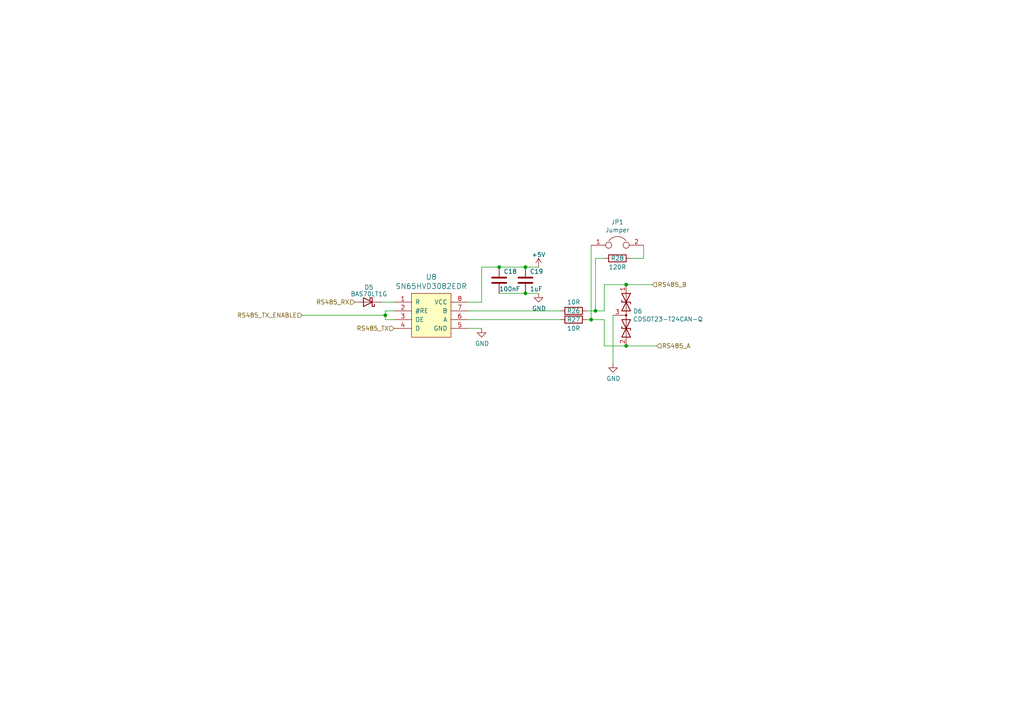
<source format=kicad_sch>
(kicad_sch (version 20231120) (generator "eeschema") (generator_version "8.0")
  (paper "A4")
  (lib_symbols
    (symbol "Communication:SN65HVD78" (pin_names (offset 1.016))
      (property "Reference" "U" (at 0 10.16 0))
      (property "Value" "Communication_SN65HVD78" (at 0 -5.08 0))
      (symbol "SN65HVD78_0_1"
        (rectangle (start -6.35 8.89) (end 5.08 -3.81) (fill (type background)))
      )
      (symbol "SN65HVD78_1_1"
        (pin output line (at -11.43 6.35 0) (length 5.08) (name "R") (number "1"))
        (pin input line (at -11.43 3.81 0) (length 5.08) (name "#RE") (number "2"))
        (pin input line (at -11.43 1.27 0) (length 5.08) (name "DE") (number "3"))
        (pin input line (at -11.43 -1.27 0) (length 5.08) (name "D") (number "4"))
        (pin input line (at 10.16 -1.27 180) (length 5.08) (name "GND") (number "5"))
        (pin input line (at 10.16 1.27 180) (length 5.08) (name "A") (number "6"))
        (pin input line (at 10.16 3.81 180) (length 5.08) (name "B") (number "7"))
        (pin input line (at 10.16 6.35 180) (length 5.08) (name "VCC") (number "8"))
      )
    )
    (symbol "Device:C" (pin_numbers hide) (pin_names (offset 0.254))
      (property "Reference" "C" (at 0.635 2.54 0))
      (property "Value" "C" (at 0.635 -2.54 0))
      (symbol "C_0_1"
        (polyline (pts (xy -2.032 -0.762) (xy 2.032 -0.762)) (stroke (width 0.508)))
        (polyline (pts (xy -2.032 0.762) (xy 2.032 0.762)) (stroke (width 0.508)))
      )
      (symbol "C_1_1"
        (pin passive line (at 0 3.81 270) (length 2.794) (name "~") (number "1"))
        (pin passive line (at 0 -3.81 90) (length 2.794) (name "~") (number "2"))
      )
    )
    (symbol "Device:D_TVS_x2_AAC" (pin_names (offset 1.016) hide)
      (property "Reference" "D" (at 0 4.445 0))
      (property "Value" "Device_D_TVS_x2_AAC" (at 0 2.54 0))
      (symbol "D_TVS_x2_AAC_0_0"
        (polyline (pts (xy 0 -1.27) (xy 0 0)))
      )
      (symbol "D_TVS_x2_AAC_0_1"
        (polyline (pts (xy -6.35 0) (xy 6.35 0)))
        (polyline (pts (xy -3.302 1.27) (xy -3.81 1.27) (xy -3.81 -1.27) (xy -4.318 -1.27)) (stroke (width 0.254)))
        (polyline (pts (xy 4.318 1.27) (xy 3.81 1.27) (xy 3.81 -1.27) (xy 3.302 -1.27)) (stroke (width 0.254)))
        (polyline (pts (xy -6.35 1.27) (xy -1.27 -1.27) (xy -1.27 1.27) (xy -6.35 -1.27) (xy -6.35 1.27)) (stroke (width 0.254)))
        (polyline (pts (xy 6.35 1.27) (xy 1.27 -1.27) (xy 1.27 1.27) (xy 6.35 -1.27) (xy 6.35 1.27)) (stroke (width 0.254)))
        (circle (center 0 0) (radius 0.254) (fill (type outline)))
      )
      (symbol "D_TVS_x2_AAC_1_1"
        (pin passive line (at -8.89 0 0) (length 2.54) (name "A1") (number "1"))
        (pin passive line (at 8.89 0 180) (length 2.54) (name "A2") (number "2"))
        (pin input line (at 0 -3.81 90) (length 2.54) (name "common") (number "3"))
      )
    )
    (symbol "Device:Jumper" (pin_names (offset 0.762) hide)
      (property "Reference" "JP" (at 0 3.81 0))
      (property "Value" "Device_Jumper" (at 0 -2.032 0))
      (symbol "Jumper_0_1"
        (circle (center -2.54 0) (radius 0.889))
        (arc (start 2.5146 1.27) (mid 0.0078 2.5097) (end -2.4892 1.27))
        (circle (center 2.54 0) (radius 0.889))
        (pin passive line (at -7.62 0 0) (length 4.191) (name "1") (number "1"))
        (pin passive line (at 7.62 0 180) (length 4.191) (name "2") (number "2"))
      )
    )
    (symbol "Device:R" (pin_numbers hide) (pin_names (offset 0))
      (property "Reference" "R" (at 2.032 0 90))
      (property "Value" "R" (at 0 0 90))
      (symbol "R_0_1"
        (rectangle (start -1.016 -2.54) (end 1.016 2.54) (stroke (width 0.254)))
      )
      (symbol "R_1_1"
        (pin passive line (at 0 3.81 270) (length 1.27) (name "~") (number "1"))
        (pin passive line (at 0 -3.81 90) (length 1.27) (name "~") (number "2"))
      )
    )
    (symbol "Diode:BAT41" (pin_numbers hide) (pin_names (offset 1.016) hide)
      (property "Reference" "D" (at 0 2.54 0))
      (property "Value" "BAT41" (at 0 -2.54 0))
      (symbol "BAT41_0_1"
        (polyline (pts (xy 1.27 0) (xy -1.27 0)))
        (polyline (pts (xy 1.27 1.27) (xy 1.27 -1.27) (xy -1.27 0) (xy 1.27 1.27)) (stroke (width 0.254)))
        (polyline (pts (xy -1.905 0.635) (xy -1.905 1.27) (xy -1.27 1.27) (xy -1.27 -1.27) (xy -0.635 -1.27) (xy -0.635 -0.635)) (stroke (width 0.254)))
      )
      (symbol "BAT41_1_1"
        (pin passive line (at -3.81 0 0) (length 2.54) (name "K") (number "1"))
        (pin passive line (at 3.81 0 180) (length 2.54) (name "A") (number "2"))
      )
    )
    (symbol "power:+5V" (power) (pin_names (offset 0))
      (property "Value" "+5V" (at 0 3.556 0))
      (symbol "+5V_0_1"
        (polyline (pts (xy -0.762 1.27) (xy 0 2.54)))
        (polyline (pts (xy 0 0) (xy 0 2.54)))
        (polyline (pts (xy 0 2.54) (xy 0.762 1.27)))
      )
      (symbol "+5V_1_1"
        (pin power_in line (at 0 0 90) (length 0) hide (name "+5V") (number "1"))
      )
    )
    (symbol "power:GND" (power) (pin_names (offset 0))
      (property "Value" "GND" (at 0 -3.81 0))
      (symbol "GND_0_1"
        (polyline (pts (xy 0 0) (xy 0 -1.27) (xy 1.27 -1.27) (xy 0 -2.54) (xy -1.27 -1.27) (xy 0 -1.27)))
      )
      (symbol "GND_1_1"
        (pin power_in line (at 0 0 270) (length 0) hide (name "GND") (number "1"))
      )
    )
  )
  (junction (at 111.76 91.44))
  (junction (at 181.61 82.55))
  (junction (at 171.45 92.71))
  (junction (at 181.61 100.33))
  (junction (at 152.4 85.09))
  (junction (at 152.4 77.47))
  (junction (at 172.72 90.17))
  (junction (at 144.78 77.47))
  (wire (pts (xy 175.26 82.55) (xy 181.61 82.55)))
  (wire (pts (xy 144.78 85.09) (xy 152.4 85.09)))
  (wire (pts (xy 170.18 92.71) (xy 171.45 92.71)))
  (wire (pts (xy 152.4 85.09) (xy 156.21 85.09)))
  (wire (pts (xy 110.49 87.63) (xy 114.3 87.63)))
  (wire (pts (xy 152.4 77.47) (xy 156.21 77.47)))
  (wire (pts (xy 114.3 92.71) (xy 111.76 92.71)))
  (wire (pts (xy 171.45 92.71) (xy 175.26 92.71)))
  (wire (pts (xy 87.63 91.44) (xy 111.76 91.44)))
  (wire (pts (xy 175.26 74.93) (xy 172.72 74.93)))
  (wire (pts (xy 135.89 90.17) (xy 162.56 90.17)))
  (wire (pts (xy 170.18 90.17) (xy 172.72 90.17)))
  (wire (pts (xy 111.76 92.71) (xy 111.76 91.44)))
  (wire (pts (xy 135.89 95.25) (xy 139.7 95.25)))
  (wire (pts (xy 177.8 91.44) (xy 177.8 105.41)))
  (wire (pts (xy 144.78 77.47) (xy 152.4 77.47)))
  (wire (pts (xy 186.69 74.93) (xy 186.69 71.12)))
  (wire (pts (xy 172.72 74.93) (xy 172.72 90.17)))
  (wire (pts (xy 111.76 91.44) (xy 111.76 90.17)))
  (wire (pts (xy 181.61 82.55) (xy 189.23 82.55)))
  (wire (pts (xy 111.76 90.17) (xy 114.3 90.17)))
  (wire (pts (xy 182.88 74.93) (xy 186.69 74.93)))
  (wire (pts (xy 181.61 100.33) (xy 190.5 100.33)))
  (wire (pts (xy 135.89 92.71) (xy 162.56 92.71)))
  (wire (pts (xy 172.72 90.17) (xy 175.26 90.17)))
  (wire (pts (xy 175.26 90.17) (xy 175.26 82.55)))
  (wire (pts (xy 175.26 92.71) (xy 175.26 100.33)))
  (wire (pts (xy 135.89 87.63) (xy 139.7 87.63)))
  (wire (pts (xy 175.26 100.33) (xy 181.61 100.33)))
  (wire (pts (xy 139.7 87.63) (xy 139.7 77.47)))
  (wire (pts (xy 139.7 77.47) (xy 144.78 77.47)))
  (wire (pts (xy 171.45 92.71) (xy 171.45 71.12)))
  (hierarchical_label "RS485_B" (shape input) (at 189.23 82.55 0))
  (hierarchical_label "RS485_TX_ENABLE" (shape input) (at 87.63 91.44 180))
  (hierarchical_label "RS485_TX" (shape input) (at 114.3 95.25 180))
  (hierarchical_label "RS485_A" (shape input) (at 190.5 100.33 0))
  (hierarchical_label "RS485_RX" (shape input) (at 102.87 87.63 180))
  (symbol (lib_id "Communication:SN65HVD78") (at 125.73 93.98 0) (unit 1)
    (property "Reference" "U8" (at 125.095 80.3402 0) (effects (font (size 1.524 1.524))))
    (property "Value" "SN65HVD3082EDR" (at 125.095 83.0326 0) (effects (font (size 1.524 1.524))))
    (property "Footprint" "Package_SO:SOIC-8_3.9x4.9mm_P1.27mm" (effects (hide yes)))
  )
  (symbol (lib_id "power:GND") (at 139.7 95.25 0) (unit 1)
    (property "Reference" "#PWR056" (effects (hide yes)))
    (property "Value" "GND" (at 139.827 99.6442 0))
  )
  (symbol (lib_id "Device:C") (at 144.78 81.28 0) (unit 1)
    (property "Reference" "C18" (at 146.05 78.74 0) (effects (justify left)))
    (property "Value" "100nF" (at 144.78 83.82 0) (effects (justify left)))
    (property "Footprint" "Capacitor_SMD:C_0805_2012Metric" (effects (hide yes)))
  )
  (symbol (lib_id "Device:C") (at 152.4 81.28 0) (unit 1)
    (property "Reference" "C19" (at 153.67 78.74 0) (effects (justify left)))
    (property "Value" "1uF" (at 153.67 83.82 0) (effects (justify left)))
    (property "Footprint" "Capacitor_SMD:C_0805_2012Metric" (effects (hide yes)))
  )
  (symbol (lib_id "power:GND") (at 156.21 85.09 0) (unit 1)
    (property "Reference" "#PWR058" (effects (hide yes)))
    (property "Value" "GND" (at 156.337 89.4842 0))
  )
  (symbol (lib_id "Device:R") (at 166.37 90.17 270) (unit 1)
    (property "Reference" "R26" (at 166.37 90.17 90))
    (property "Value" "10R" (at 166.37 87.63 90))
    (property "Footprint" "Resistor_SMD:R_0805_2012Metric" (effects (hide yes)))
  )
  (symbol (lib_id "Device:R") (at 166.37 92.71 270) (unit 1)
    (property "Reference" "R27" (at 166.37 92.71 90))
    (property "Value" "10R" (at 166.37 95.25 90))
    (property "Footprint" "Resistor_SMD:R_0805_2012Metric" (effects (hide yes)))
  )
  (symbol (lib_id "Device:D_TVS_x2_AAC") (at 181.61 91.44 270) (unit 1)
    (property "Reference" "D6" (at 183.6166 90.2716 90) (effects (justify left)))
    (property "Value" "CDSOT23-T24CAN-Q" (at 183.6166 92.583 90) (effects (justify left)))
    (property "Footprint" "Package_TO_SOT_SMD:SOT-23" (effects (hide yes)))
  )
  (symbol (lib_id "power:GND") (at 177.8 105.41 0) (unit 1)
    (property "Reference" "#PWR059" (effects (hide yes)))
    (property "Value" "GND" (at 177.927 109.8042 0))
  )
  (symbol (lib_id "Device:Jumper") (at 179.07 71.12 0) (unit 1)
    (property "Reference" "JP1" (at 179.07 64.4144 0))
    (property "Value" "Jumper" (at 179.07 66.7258 0))
    (property "Footprint" "Connector_PinHeader_2.54mm:PinHeader_1x02_P2.54mm_Vertical" (effects (hide yes)))
  )
  (symbol (lib_id "Device:R") (at 179.07 74.93 270) (unit 1)
    (property "Reference" "R28" (at 179.07 74.93 90))
    (property "Value" "120R" (at 179.07 77.47 90))
    (property "Footprint" "Resistor_SMD:R_1210_3225Metric" (effects (hide yes)))
  )
  (symbol (lib_id "Diode:BAT41") (at 106.68 87.63 180) (unit 1)
    (property "Reference" "D5" (at 106.9975 83.3501 0))
    (property "Value" "BAS70LT1G" (at 106.9975 85.2711 0))
    (property "Footprint" "Package_TO_SOT_SMD:SOT-23" (effects (hide yes)))
    (property "Datasheet" "http://www.vishay.com/docs/85659/bat41.pdf" (effects (hide yes)))
  )
  (symbol (lib_id "power:+5V") (at 156.21 77.47 0) (unit 1)
    (property "Reference" "#PWR057" (effects (hide yes)))
    (property "Value" "+5V" (at 156.21 73.8942 0))
  )
)
</source>
